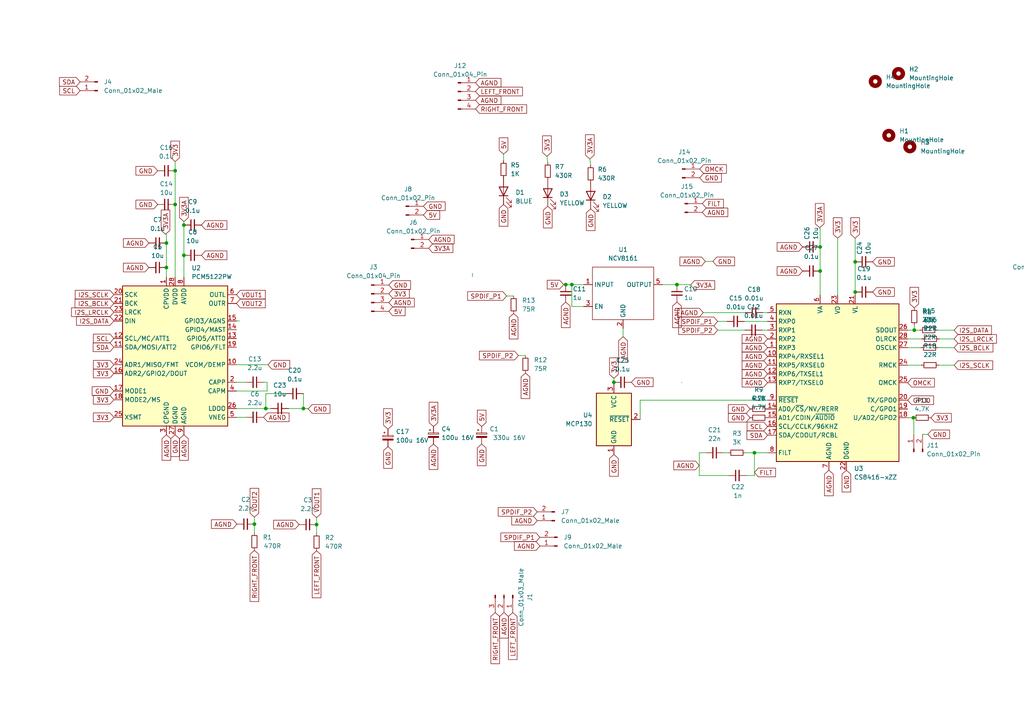
<source format=kicad_sch>
(kicad_sch (version 20230121) (generator eeschema)
  (paper "A4")
  (lib_symbols
    (symbol "Audio:CS8416-xZZ"
      (property "Reference" "U" (at 12.7 26.67 0))
      (property "Value" "CS8416-xZZ" (at 12.7 24.13 0))
      (symbol "CS8416-xZZ_0_1"
        (rectangle (start -17.78 22.86) (end 17.78 -22.86) (stroke (width 0.254)) (fill (type background)))
      )
      (symbol "CS8416-xZZ_1_1"
        (pin input line (at -20.32 10.16 0) (length 2.54) (name "RXP3") (number "1"))
        (pin input line (at -20.32 7.62 0) (length 2.54) (name "RXP4/RXSEL1") (number "10"))
        (pin input line (at -20.32 5.08 0) (length 2.54) (name "RXP5/RXSEL0") (number "11"))
        (pin input line (at -20.32 2.54 0) (length 2.54) (name "RXP6/TXSEL1") (number "12"))
        (pin input line (at -20.32 0 0) (length 2.54) (name "RXP7/TXSEL0") (number "13"))
        (pin input line (at -20.32 -7.62 0) (length 2.54) (name "AD0/~{CS}/NV/RERR") (number "14"))
        (pin input line (at -20.32 -10.16 0) (length 2.54) (name "AD1/CDIN/~{AUDIO}") (number "15"))
        (pin input line (at -20.32 -12.7 0) (length 2.54) (name "SCL/CCLK/96KHZ") (number "16"))
        (pin bidirectional line (at -20.32 -15.24 0) (length 2.54) (name "SDA/CDOUT/RCBL") (number "17"))
        (pin output line (at 20.32 -10.16 180) (length 2.54) (name "U/AD2/GPO2") (number "18"))
        (pin output line (at 20.32 -7.62 180) (length 2.54) (name "C/GPO1") (number "19"))
        (pin input line (at -20.32 12.7 0) (length 2.54) (name "RXP2") (number "2"))
        (pin output line (at 20.32 -5.08 180) (length 2.54) (name "TX/GPO0") (number "20"))
        (pin power_in line (at 5.08 25.4 270) (length 2.54) (name "VL") (number "21"))
        (pin power_in line (at 2.54 -25.4 90) (length 2.54) (name "DGND") (number "22"))
        (pin power_in line (at 0 25.4 270) (length 2.54) (name "VD") (number "23"))
        (pin output line (at 20.32 5.08 180) (length 2.54) (name "RMCK") (number "24"))
        (pin input line (at 20.32 0 180) (length 2.54) (name "OMCK") (number "25"))
        (pin output line (at 20.32 15.24 180) (length 2.54) (name "SDOUT") (number "26"))
        (pin bidirectional line (at 20.32 10.16 180) (length 2.54) (name "OSCLK") (number "27"))
        (pin bidirectional line (at 20.32 12.7 180) (length 2.54) (name "OLRCK") (number "28"))
        (pin input line (at -20.32 15.24 0) (length 2.54) (name "RXP1") (number "3"))
        (pin input line (at -20.32 17.78 0) (length 2.54) (name "RXP0") (number "4"))
        (pin input line (at -20.32 20.32 0) (length 2.54) (name "RXN") (number "5"))
        (pin power_in line (at -5.08 25.4 270) (length 2.54) (name "VA") (number "6"))
        (pin power_in line (at -2.54 -25.4 90) (length 2.54) (name "AGND") (number "7"))
        (pin passive line (at -20.32 -20.32 0) (length 2.54) (name "FILT") (number "8"))
        (pin input line (at -20.32 -5.08 0) (length 2.54) (name "~{RESET}") (number "9"))
      )
    )
    (symbol "Audio:PCM5122PW"
      (property "Reference" "U" (at -13.97 21.59 0))
      (property "Value" "PCM5122PW" (at 10.16 21.59 0))
      (symbol "PCM5122PW_0_1"
        (rectangle (start -15.24 20.32) (end 15.24 -20.32) (stroke (width 0.254)) (fill (type background)))
      )
      (symbol "PCM5122PW_1_1"
        (pin power_in line (at -2.54 22.86 270) (length 2.54) (name "CPVDD") (number "1"))
        (pin bidirectional line (at 17.78 -2.54 180) (length 2.54) (name "VCOM/DEMP") (number "10"))
        (pin bidirectional line (at -17.78 2.54 0) (length 2.54) (name "SDA/MOSI/ATT2") (number "11"))
        (pin input line (at -17.78 5.08 0) (length 2.54) (name "SCL/MC/ATT1") (number "12"))
        (pin bidirectional line (at 17.78 5.08 180) (length 2.54) (name "GPIO5/ATT0") (number "13"))
        (pin bidirectional line (at 17.78 7.62 180) (length 2.54) (name "GPIO4/MAST") (number "14"))
        (pin bidirectional line (at 17.78 10.16 180) (length 2.54) (name "GPIO3/AGNS") (number "15"))
        (pin bidirectional line (at -17.78 -5.08 0) (length 2.54) (name "ADR2/GPIO2/DOUT") (number "16"))
        (pin input line (at -17.78 -10.16 0) (length 2.54) (name "MODE1") (number "17"))
        (pin input line (at -17.78 -12.7 0) (length 2.54) (name "MODE2/MS") (number "18"))
        (pin bidirectional line (at 17.78 2.54 180) (length 2.54) (name "GPIO6/FLT") (number "19"))
        (pin passive line (at 17.78 -7.62 180) (length 2.54) (name "CAPP") (number "2"))
        (pin input line (at -17.78 17.78 0) (length 2.54) (name "SCK") (number "20"))
        (pin bidirectional line (at -17.78 15.24 0) (length 2.54) (name "BCK") (number "21"))
        (pin input line (at -17.78 10.16 0) (length 2.54) (name "DIN") (number "22"))
        (pin bidirectional line (at -17.78 12.7 0) (length 2.54) (name "LRCK") (number "23"))
        (pin bidirectional line (at -17.78 -2.54 0) (length 2.54) (name "ADR1/MISO/FMT") (number "24"))
        (pin input line (at -17.78 -17.78 0) (length 2.54) (name "XSMT") (number "25"))
        (pin passive line (at 17.78 -15.24 180) (length 2.54) (name "LDOO") (number "26"))
        (pin power_in line (at 0 -22.86 90) (length 2.54) (name "DGND") (number "27"))
        (pin power_in line (at 0 22.86 270) (length 2.54) (name "DVDD") (number "28"))
        (pin power_in line (at -2.54 -22.86 90) (length 2.54) (name "CPGND") (number "3"))
        (pin passive line (at 17.78 -10.16 180) (length 2.54) (name "CAPM") (number "4"))
        (pin passive line (at 17.78 -17.78 180) (length 2.54) (name "VNEG") (number "5"))
        (pin output line (at 17.78 17.78 180) (length 2.54) (name "OUTL") (number "6"))
        (pin output line (at 17.78 15.24 180) (length 2.54) (name "OUTR") (number "7"))
        (pin power_in line (at 2.54 22.86 270) (length 2.54) (name "AVDD") (number "8"))
        (pin power_in line (at 2.54 -22.86 90) (length 2.54) (name "AGND") (number "9"))
      )
    )
    (symbol "Components:NCV8161"
      (property "Reference" "U" (at 0 10.16 0))
      (property "Value" "NCV8161" (at 0 0 0))
      (symbol "NCV8161_0_1"
        (rectangle (start -8.89 17.78) (end 8.89 2.54))
      )
      (symbol "NCV8161_1_1"
        (pin input line (at -11.43 12.7 0) (length 2.54) (name "INPUT") (number "1"))
        (pin input line (at 0 0 90) (length 2.54) (name "GND") (number "2"))
        (pin input line (at -11.43 6.35 0) (length 2.54) (name "EN") (number "3"))
        (pin output line (at 11.43 12.7 180) (length 2.54) (name "OUTPUT") (number "5"))
      )
    )
    (symbol "Connector:Conn_01x02_Male" (pin_names (offset 1.016) hide)
      (property "Reference" "J" (at 0 2.54 0))
      (property "Value" "Conn_01x02_Male" (at 0 -5.08 0))
      (symbol "Conn_01x02_Male_1_1"
        (polyline (pts (xy 1.27 -2.54) (xy 0.8636 -2.54)) (stroke (width 0.1524)))
        (polyline (pts (xy 1.27 0) (xy 0.8636 0)) (stroke (width 0.1524)))
        (rectangle (start 0.8636 -2.413) (end 0 -2.667) (stroke (width 0.1524)) (fill (type outline)))
        (rectangle (start 0.8636 0.127) (end 0 -0.127) (stroke (width 0.1524)) (fill (type outline)))
        (pin passive line (at 5.08 0 180) (length 3.81) (name "Pin_1") (number "1"))
        (pin passive line (at 5.08 -2.54 180) (length 3.81) (name "Pin_2") (number "2"))
      )
    )
    (symbol "Connector:Conn_01x02_Pin" (pin_names (offset 1.016) hide)
      (property "Reference" "J" (at 0 2.54 0))
      (property "Value" "Conn_01x02_Pin" (at 0 -5.08 0))
      (symbol "Conn_01x02_Pin_1_1"
        (polyline (pts (xy 1.27 -2.54) (xy 0.8636 -2.54)) (stroke (width 0.1524)))
        (polyline (pts (xy 1.27 0) (xy 0.8636 0)) (stroke (width 0.1524)))
        (rectangle (start 0.8636 -2.413) (end 0 -2.667) (stroke (width 0.1524)) (fill (type outline)))
        (rectangle (start 0.8636 0.127) (end 0 -0.127) (stroke (width 0.1524)) (fill (type outline)))
        (pin passive line (at 5.08 0 180) (length 3.81) (name "Pin_1") (number "1"))
        (pin passive line (at 5.08 -2.54 180) (length 3.81) (name "Pin_2") (number "2"))
      )
    )
    (symbol "Connector:Conn_01x03_Male" (pin_names (offset 1.016) hide)
      (property "Reference" "J" (at 0 5.08 0))
      (property "Value" "Conn_01x03_Male" (at 0 -5.08 0))
      (symbol "Conn_01x03_Male_1_1"
        (polyline (pts (xy 1.27 -2.54) (xy 0.8636 -2.54)) (stroke (width 0.1524)))
        (polyline (pts (xy 1.27 0) (xy 0.8636 0)) (stroke (width 0.1524)))
        (polyline (pts (xy 1.27 2.54) (xy 0.8636 2.54)) (stroke (width 0.1524)))
        (rectangle (start 0.8636 -2.413) (end 0 -2.667) (stroke (width 0.1524)) (fill (type outline)))
        (rectangle (start 0.8636 0.127) (end 0 -0.127) (stroke (width 0.1524)) (fill (type outline)))
        (rectangle (start 0.8636 2.667) (end 0 2.413) (stroke (width 0.1524)) (fill (type outline)))
        (pin passive line (at 5.08 2.54 180) (length 3.81) (name "Pin_1") (number "1"))
        (pin passive line (at 5.08 0 180) (length 3.81) (name "Pin_2") (number "2"))
        (pin passive line (at 5.08 -2.54 180) (length 3.81) (name "Pin_3") (number "3"))
      )
    )
    (symbol "Connector:Conn_01x04_Pin" (pin_names (offset 1.016) hide)
      (property "Reference" "J" (at 0 5.08 0))
      (property "Value" "Conn_01x04_Pin" (at 0 -7.62 0))
      (symbol "Conn_01x04_Pin_1_1"
        (polyline (pts (xy 1.27 -5.08) (xy 0.8636 -5.08)) (stroke (width 0.1524)))
        (polyline (pts (xy 1.27 -2.54) (xy 0.8636 -2.54)) (stroke (width 0.1524)))
        (polyline (pts (xy 1.27 0) (xy 0.8636 0)) (stroke (width 0.1524)))
        (polyline (pts (xy 1.27 2.54) (xy 0.8636 2.54)) (stroke (width 0.1524)))
        (rectangle (start 0.8636 -4.953) (end 0 -5.207) (stroke (width 0.1524)) (fill (type outline)))
        (rectangle (start 0.8636 -2.413) (end 0 -2.667) (stroke (width 0.1524)) (fill (type outline)))
        (rectangle (start 0.8636 0.127) (end 0 -0.127) (stroke (width 0.1524)) (fill (type outline)))
        (rectangle (start 0.8636 2.667) (end 0 2.413) (stroke (width 0.1524)) (fill (type outline)))
        (pin passive line (at 5.08 2.54 180) (length 3.81) (name "Pin_1") (number "1"))
        (pin passive line (at 5.08 0 180) (length 3.81) (name "Pin_2") (number "2"))
        (pin passive line (at 5.08 -2.54 180) (length 3.81) (name "Pin_3") (number "3"))
        (pin passive line (at 5.08 -5.08 180) (length 3.81) (name "Pin_4") (number "4"))
      )
    )
    (symbol "Device:C_Polarized_Small" (pin_numbers hide) (pin_names (offset 0.254) hide)
      (property "Reference" "C" (at 0.254 1.778 0))
      (property "Value" "C_Polarized_Small" (at 0.254 -2.032 0))
      (symbol "C_Polarized_Small_0_1"
        (rectangle (start -1.524 -0.3048) (end 1.524 -0.6858) (fill (type outline)))
        (rectangle (start -1.524 0.6858) (end 1.524 0.3048))
        (polyline (pts (xy -1.27 1.524) (xy -0.762 1.524)))
        (polyline (pts (xy -1.016 1.27) (xy -1.016 1.778)))
      )
      (symbol "C_Polarized_Small_1_1"
        (pin passive line (at 0 2.54 270) (length 1.8542) (name "~") (number "1"))
        (pin passive line (at 0 -2.54 90) (length 1.8542) (name "~") (number "2"))
      )
    )
    (symbol "Device:C_Small" (pin_numbers hide) (pin_names (offset 0.254) hide)
      (property "Reference" "C" (at 0.254 1.778 0))
      (property "Value" "C_Small" (at 0.254 -2.032 0))
      (symbol "C_Small_0_1"
        (polyline (pts (xy -1.524 -0.508) (xy 1.524 -0.508)) (stroke (width 0.3302)))
        (polyline (pts (xy -1.524 0.508) (xy 1.524 0.508)) (stroke (width 0.3048)))
      )
      (symbol "C_Small_1_1"
        (pin passive line (at 0 2.54 270) (length 2.032) (name "~") (number "1"))
        (pin passive line (at 0 -2.54 90) (length 2.032) (name "~") (number "2"))
      )
    )
    (symbol "Device:LED" (pin_numbers hide) (pin_names (offset 1.016) hide)
      (property "Reference" "D" (at 0 2.54 0))
      (property "Value" "LED" (at 0 -2.54 0))
      (symbol "LED_0_1"
        (polyline (pts (xy -1.27 -1.27) (xy -1.27 1.27)) (stroke (width 0.254)))
        (polyline (pts (xy -1.27 0) (xy 1.27 0)))
        (polyline (pts (xy 1.27 -1.27) (xy 1.27 1.27) (xy -1.27 0) (xy 1.27 -1.27)) (stroke (width 0.254)))
        (polyline (pts (xy -3.048 -0.762) (xy -4.572 -2.286) (xy -3.81 -2.286) (xy -4.572 -2.286) (xy -4.572 -1.524)))
        (polyline (pts (xy -1.778 -0.762) (xy -3.302 -2.286) (xy -2.54 -2.286) (xy -3.302 -2.286) (xy -3.302 -1.524)))
      )
      (symbol "LED_1_1"
        (pin passive line (at -3.81 0 0) (length 2.54) (name "K") (number "1"))
        (pin passive line (at 3.81 0 180) (length 2.54) (name "A") (number "2"))
      )
    )
    (symbol "Device:R_Small" (pin_numbers hide) (pin_names (offset 0.254) hide)
      (property "Reference" "R" (at 0.762 0.508 0))
      (property "Value" "R_Small" (at 0.762 -1.016 0))
      (symbol "R_Small_0_1"
        (rectangle (start -0.762 1.778) (end 0.762 -1.778) (stroke (width 0.2032)))
      )
      (symbol "R_Small_1_1"
        (pin passive line (at 0 2.54 270) (length 0.762) (name "~") (number "1"))
        (pin passive line (at 0 -2.54 90) (length 0.762) (name "~") (number "2"))
      )
    )
    (symbol "Mechanical:MountingHole" (pin_names (offset 1.016))
      (property "Reference" "H" (at 0 5.08 0))
      (property "Value" "MountingHole" (at 0 3.175 0))
      (symbol "MountingHole_0_1"
        (circle (center 0 0) (radius 1.27) (stroke (width 1.27)))
      )
    )
    (symbol "Oscillator:ASE-xxxMHz" (pin_names (offset 0.254))
      (property "Reference" "X" (at -5.08 6.35 0))
      (property "Value" "ASE-xxxMHz" (at 1.27 -6.35 0))
      (symbol "ASE-xxxMHz_0_1"
        (rectangle (start -5.08 5.08) (end 5.08 -5.08) (stroke (width 0.254)) (fill (type background)))
        (polyline (pts (xy -1.27 -0.762) (xy -1.016 -0.762) (xy -1.016 0.762) (xy -0.508 0.762) (xy -0.508 -0.762) (xy 0 -0.762) (xy 0 0.762) (xy 0.508 0.762) (xy 0.508 -0.762) (xy 0.762 -0.762)))
      )
      (symbol "ASE-xxxMHz_1_1"
        (pin input line (at -7.62 0 0) (length 2.54) (name "EN") (number "1"))
        (pin power_in line (at 0 -7.62 90) (length 2.54) (name "GND") (number "2"))
        (pin output line (at 7.62 0 180) (length 2.54) (name "OUT") (number "3"))
        (pin power_in line (at 0 7.62 270) (length 2.54) (name "Vdd") (number "4"))
      )
    )
    (symbol "Power_Supervisor:LM809"
      (property "Reference" "U" (at 2.54 12.7 0))
      (property "Value" "LM809" (at 5.08 10.16 0))
      (symbol "LM809_0_1"
        (rectangle (start 5.08 7.62) (end -5.08 -7.62) (stroke (width 0.254)) (fill (type background)))
      )
      (symbol "LM809_1_1"
        (pin power_in line (at 0 -10.16 90) (length 2.54) (name "GND") (number "1"))
        (pin output line (at 7.62 0 180) (length 2.54) (name "~{RESET}") (number "2"))
        (pin power_in line (at 0 10.16 270) (length 2.54) (name "VCC") (number "3"))
      )
    )
  )
  (junction (at 237.871 71.628))
  (junction (at 165.862 82.55))
  (junction (at 248.031 75.946))
  (junction (at 53.34 65.278))
  (junction (at 264.922 121.158))
  (junction (at 48.26 77.597))
  (junction (at 73.787 152.019))
  (junction (at 196.342 82.55))
  (junction (at 164.084 82.55))
  (junction (at 77.089 118.491))
  (junction (at 88.011 118.491))
  (junction (at 178.054 110.871))
  (junction (at 53.34 74.041))
  (junction (at 50.8 49.53))
  (junction (at 248.031 84.709))
  (junction (at 218.821 131.318))
  (junction (at 265.176 95.758))
  (junction (at 48.26 70.485))
  (junction (at 237.871 78.613))
  (junction (at 50.8 59.309))
  (junction (at 91.821 152.146))
  (wire (pts (xy 91.821 152.146) (xy 91.821 154.686)))
  (wire (pts (xy 50.8 49.53) (xy 50.8 59.309)))
  (wire (pts (xy 71.374 121.031) (xy 68.58 121.031)))
  (wire (pts (xy 209.804 131.318) (xy 211.201 131.318)))
  (wire (pts (xy 221.234 90.678) (xy 222.631 90.678)))
  (wire (pts (xy 196.342 82.55) (xy 192.151 82.55)))
  (wire (pts (xy 48.26 67.945) (xy 48.26 70.485)))
  (wire (pts (xy 48.26 70.485) (xy 48.26 77.597)))
  (wire (pts (xy 206.756 75.819) (xy 204.597 75.819)))
  (wire (pts (xy 263.271 121.158) (xy 264.922 121.158)))
  (wire (pts (xy 77.089 114.173) (xy 77.089 118.491)))
  (wire (pts (xy 237.744 66.294) (xy 237.871 66.294)))
  (wire (pts (xy 73.787 149.987) (xy 73.787 152.019)))
  (wire (pts (xy 71.374 110.871) (xy 68.58 110.871)))
  (wire (pts (xy 203.962 90.678) (xy 216.154 90.678)))
  (wire (pts (xy 263.271 98.298) (xy 267.335 98.298)))
  (wire (pts (xy 48.26 77.597) (xy 48.26 80.391)))
  (wire (pts (xy 237.871 71.628) (xy 237.871 78.613)))
  (wire (pts (xy 164.084 82.55) (xy 165.862 82.55)))
  (wire (pts (xy 248.031 69.088) (xy 248.031 75.946)))
  (wire (pts (xy 148.971 85.852) (xy 146.939 85.852)))
  (wire (pts (xy 89.408 118.618) (xy 89.281 118.618)))
  (wire (pts (xy 248.031 84.709) (xy 248.031 85.598)))
  (wire (pts (xy 272.161 100.838) (xy 276.733 100.838)))
  (wire (pts (xy 269.113 125.984) (xy 267.589 125.984)))
  (wire (pts (xy 200.279 82.677) (xy 200.025 82.677)))
  (wire (pts (xy 185.674 116.078) (xy 185.674 121.666)))
  (wire (pts (xy 272.415 98.298) (xy 276.733 98.298)))
  (wire (pts (xy 76.454 110.871) (xy 77.47 110.871)))
  (wire (pts (xy 185.674 116.078) (xy 222.631 116.078)))
  (wire (pts (xy 88.011 114.173) (xy 88.011 118.491)))
  (wire (pts (xy 237.871 78.613) (xy 237.871 85.598)))
  (wire (pts (xy 314.325 107.315) (xy 314.325 110.617)))
  (wire (pts (xy 208.153 95.758) (xy 216.027 95.758)))
  (wire (pts (xy 50.8 46.863) (xy 50.8 49.53)))
  (wire (pts (xy 237.871 66.294) (xy 237.871 71.628)))
  (wire (pts (xy 211.328 137.922) (xy 202.819 137.922)))
  (wire (pts (xy 263.271 105.918) (xy 267.208 105.918)))
  (wire (pts (xy 237.744 66.04) (xy 237.744 66.294)))
  (wire (pts (xy 169.291 88.9) (xy 165.862 88.9)))
  (wire (pts (xy 53.34 64.262) (xy 53.34 65.278)))
  (wire (pts (xy 171.069 46.101) (xy 171.323 47.879)))
  (wire (pts (xy 248.031 75.946) (xy 248.031 84.709)))
  (wire (pts (xy 165.862 82.55) (xy 169.291 82.55)))
  (wire (pts (xy 216.408 137.922) (xy 218.821 137.922)))
  (wire (pts (xy 77.089 118.491) (xy 68.58 118.491)))
  (wire (pts (xy 221.107 95.758) (xy 222.631 95.758)))
  (wire (pts (xy 215.9 93.218) (xy 222.631 93.218)))
  (wire (pts (xy 264.922 121.158) (xy 265.049 121.158)))
  (wire (pts (xy 77.724 105.791) (xy 68.58 105.791)))
  (wire (pts (xy 216.281 131.318) (xy 218.821 131.318)))
  (wire (pts (xy 265.049 125.984) (xy 265.049 121.158)))
  (wire (pts (xy 77.47 113.411) (xy 68.58 113.411)))
  (wire (pts (xy 178.054 109.728) (xy 178.054 110.871)))
  (wire (pts (xy 73.787 152.019) (xy 73.787 154.559)))
  (wire (pts (xy 48.006 67.945) (xy 48.26 67.945)))
  (wire (pts (xy 77.47 110.871) (xy 77.47 113.411)))
  (wire (pts (xy 152.4 103.124) (xy 150.368 103.124)))
  (wire (pts (xy 218.821 131.318) (xy 222.631 131.318)))
  (wire (pts (xy 53.34 65.278) (xy 53.34 74.041)))
  (wire (pts (xy 208.153 93.218) (xy 210.82 93.218)))
  (wire (pts (xy 89.281 118.491) (xy 88.011 118.491)))
  (wire (pts (xy 180.721 97.663) (xy 180.721 95.25)))
  (wire (pts (xy 78.613 118.491) (xy 77.089 118.491)))
  (wire (pts (xy 202.819 131.318) (xy 204.724 131.318)))
  (wire (pts (xy 178.054 110.871) (xy 178.054 111.506)))
  (wire (pts (xy 202.819 137.922) (xy 202.819 131.318)))
  (wire (pts (xy 197.739 110.998) (xy 197.739 110.871)))
  (wire (pts (xy 200.025 82.55) (xy 196.342 82.55)))
  (wire (pts (xy 271.907 95.758) (xy 276.733 95.758)))
  (wire (pts (xy 200.025 82.677) (xy 200.025 82.55)))
  (wire (pts (xy 242.951 69.088) (xy 242.951 85.598)))
  (wire (pts (xy 53.34 74.041) (xy 53.34 80.391)))
  (wire (pts (xy 88.011 118.491) (xy 83.693 118.491)))
  (wire (pts (xy 265.176 95.758) (xy 266.827 95.758)))
  (wire (pts (xy 165.862 88.9) (xy 165.862 82.55)))
  (wire (pts (xy 89.281 118.618) (xy 89.281 118.491)))
  (wire (pts (xy 137.033 79.248) (xy 137.033 80.264)))
  (wire (pts (xy 272.288 105.918) (xy 276.733 105.918)))
  (wire (pts (xy 69.469 93.091) (xy 68.58 93.091)))
  (wire (pts (xy 146.05 44.704) (xy 146.05 46.609)))
  (wire (pts (xy 50.8 59.309) (xy 50.8 80.391)))
  (wire (pts (xy 265.176 94.361) (xy 265.176 95.758)))
  (wire (pts (xy 158.623 45.339) (xy 158.877 47.117)))
  (wire (pts (xy 218.821 137.922) (xy 218.821 131.318)))
  (wire (pts (xy 163.449 82.55) (xy 164.084 82.55)))
  (wire (pts (xy 263.271 95.758) (xy 265.176 95.758)))
  (wire (pts (xy 263.271 100.838) (xy 267.081 100.838)))
  (wire (pts (xy 91.821 150.114) (xy 91.821 152.146)))
  (wire (pts (xy 77.089 114.173) (xy 82.931 114.173)))
  (global_label "GND" (shape input) (at 253.111 75.946 0) (property "Intersheetrefs" "${INTERSHEET_REFS}" (effects hide)))
  (global_label "3V3" (shape input) (at 50.8 46.863 90) (property "Intersheetrefs" "${INTERSHEET_REFS}" (effects hide)))
  (global_label "AGND" (shape input) (at 148.971 90.932 270) (property "Intersheetrefs" "${INTERSHEET_REFS}" (effects hide)))
  (global_label "SPDIF_P2" (shape input) (at 208.153 95.758 180) (property "Intersheetrefs" "${INTERSHEET_REFS}" (effects hide)))
  (global_label "I2S_LRCLK" (shape input) (at 305.943 85.471 0) (property "Intersheetrefs" "${INTERSHEET_REFS}" (effects hide)))
  (global_label "3V3" (shape input) (at 248.031 69.088 90) (property "Intersheetrefs" "${INTERSHEET_REFS}" (effects hide)))
  (global_label "AGND" (shape input) (at 86.741 152.146 180) (property "Intersheetrefs" "${INTERSHEET_REFS}" (effects hide)))
  (global_label "3V3" (shape input) (at 33.02 115.951 180) (property "Intersheetrefs" "${INTERSHEET_REFS}" (effects hide)))
  (global_label "AGND" (shape input) (at 58.42 74.041 0) (property "Intersheetrefs" "${INTERSHEET_REFS}" (effects hide)))
  (global_label "AGND" (shape input) (at 222.631 108.458 180) (property "Intersheetrefs" "${INTERSHEET_REFS}" (effects hide)))
  (global_label "LEFT_FRONT" (shape input) (at 148.717 177.673 270) (property "Intersheetrefs" "${INTERSHEET_REFS}" (effects hide)))
  (global_label "OMCK" (shape input) (at 263.271 110.998 0) (property "Intersheetrefs" "${INTERSHEET_REFS}" (effects hide)))
  (global_label "RIGHT_FRONT" (shape input) (at 143.637 177.673 270) (property "Intersheetrefs" "${INTERSHEET_REFS}" (effects hide)))
  (global_label "AGND" (shape input) (at 222.631 105.918 180) (property "Intersheetrefs" "${INTERSHEET_REFS}" (effects hide)))
  (global_label "GND" (shape input) (at 33.02 113.411 180) (property "Intersheetrefs" "${INTERSHEET_REFS}" (effects hide)))
  (global_label "GND" (shape input) (at 202.946 51.562 0) (property "Intersheetrefs" "${INTERSHEET_REFS}" (effects hide)))
  (global_label "AGND" (shape input) (at 222.631 103.378 180) (property "Intersheetrefs" "${INTERSHEET_REFS}" (effects hide)))
  (global_label "GPO0" (shape input) (at 263.271 116.078 0) (property "Intersheetrefs" "${INTERSHEET_REFS}" (effects hide)))
  (global_label "AGND" (shape input) (at 125.73 128.778 270) (property "Intersheetrefs" "${INTERSHEET_REFS}" (effects hide)))
  (global_label "SPDIF_P1" (shape input) (at 208.153 93.218 180) (property "Intersheetrefs" "${INTERSHEET_REFS}" (effects hide)))
  (global_label "SPDIF_P1" (shape input) (at 146.939 85.852 180) (property "Intersheetrefs" "${INTERSHEET_REFS}" (effects hide)))
  (global_label "VOUT1" (shape input) (at 91.821 150.114 90) (property "Intersheetrefs" "${INTERSHEET_REFS}" (effects hide)))
  (global_label "GND" (shape input) (at 45.72 49.53 180) (property "Intersheetrefs" "${INTERSHEET_REFS}" (effects hide)))
  (global_label "VOUT2" (shape input) (at 68.58 88.011 0) (property "Intersheetrefs" "${INTERSHEET_REFS}" (effects hide)))
  (global_label "AGND" (shape input) (at 203.962 90.678 180) (property "Intersheetrefs" "${INTERSHEET_REFS}" (effects hide)))
  (global_label "VOUT2" (shape input) (at 73.787 149.987 90) (property "Intersheetrefs" "${INTERSHEET_REFS}" (effects hide)))
  (global_label "SDA" (shape input) (at 23.241 23.749 180) (property "Intersheetrefs" "${INTERSHEET_REFS}" (effects hide)))
  (global_label "GND" (shape input) (at 50.8 126.111 270) (property "Intersheetrefs" "${INTERSHEET_REFS}" (effects hide)))
  (global_label "SPDIF_P2" (shape input) (at 155.829 148.463 180) (property "Intersheetrefs" "${INTERSHEET_REFS}" (effects hide)))
  (global_label "I2S_SCLK" (shape input) (at 305.943 80.391 0) (property "Intersheetrefs" "${INTERSHEET_REFS}" (effects hide)))
  (global_label "3V3" (shape input) (at 33.02 121.031 180) (property "Intersheetrefs" "${INTERSHEET_REFS}" (effects hide)))
  (global_label "AGND" (shape input) (at 43.18 77.597 180) (property "Intersheetrefs" "${INTERSHEET_REFS}" (effects hide)))
  (global_label "5V" (shape input) (at 122.809 62.357 0) (property "Intersheetrefs" "${INTERSHEET_REFS}" (effects hide)))
  (global_label "AGND" (shape input) (at 137.922 29.083 0) (property "Intersheetrefs" "${INTERSHEET_REFS}" (effects hide)))
  (global_label "AGND" (shape input) (at 164.084 87.63 270) (property "Intersheetrefs" "${INTERSHEET_REFS}" (effects hide)))
  (global_label "3V3A" (shape input) (at 48.006 67.945 90) (property "Intersheetrefs" "${INTERSHEET_REFS}" (effects hide)))
  (global_label "5V" (shape input) (at 163.449 82.55 180) (property "Intersheetrefs" "${INTERSHEET_REFS}" (effects hide)))
  (global_label "I2S_DATA" (shape input) (at 276.733 95.758 0) (property "Intersheetrefs" "${INTERSHEET_REFS}" (effects hide)))
  (global_label "OMCK" (shape input) (at 321.945 118.237 0) (property "Intersheetrefs" "${INTERSHEET_REFS}" (effects hide)))
  (global_label "FILT" (shape input) (at 203.708 59.055 0) (property "Intersheetrefs" "${INTERSHEET_REFS}" (effects hide)))
  (global_label "AGND" (shape input) (at 196.342 87.63 270) (property "Intersheetrefs" "${INTERSHEET_REFS}" (effects hide)))
  (global_label "AGND" (shape input) (at 204.597 75.819 180) (property "Intersheetrefs" "${INTERSHEET_REFS}" (effects hide)))
  (global_label "3V3" (shape input) (at 178.054 109.728 90) (property "Intersheetrefs" "${INTERSHEET_REFS}" (effects hide)))
  (global_label "RIGHT_FRONT" (shape input) (at 137.922 31.623 0) (property "Intersheetrefs" "${INTERSHEET_REFS}" (effects hide)))
  (global_label "AGND" (shape input) (at 240.411 136.398 270) (property "Intersheetrefs" "${INTERSHEET_REFS}" (effects hide)))
  (global_label "GND" (shape input) (at 178.054 131.826 270) (property "Intersheetrefs" "${INTERSHEET_REFS}" (effects hide)))
  (global_label "I2S_BCLK" (shape input) (at 305.943 82.931 0) (property "Intersheetrefs" "${INTERSHEET_REFS}" (effects hide)))
  (global_label "LEFT_FRONT" (shape input) (at 91.821 159.766 270) (property "Intersheetrefs" "${INTERSHEET_REFS}" (effects hide)))
  (global_label "I2S_DATA" (shape input) (at 305.943 88.011 0) (property "Intersheetrefs" "${INTERSHEET_REFS}" (effects hide)))
  (global_label "AGND" (shape input) (at 58.42 65.278 0) (property "Intersheetrefs" "${INTERSHEET_REFS}" (effects hide)))
  (global_label "SCL" (shape input) (at 222.631 123.698 180) (property "Intersheetrefs" "${INTERSHEET_REFS}" (effects hide)))
  (global_label "GND" (shape input) (at 45.72 59.309 180) (property "Intersheetrefs" "${INTERSHEET_REFS}" (effects hide)))
  (global_label "AGND" (shape input) (at 152.4 108.204 270) (property "Intersheetrefs" "${INTERSHEET_REFS}" (effects hide)))
  (global_label "3V3A" (shape input) (at 53.34 64.262 90) (property "Intersheetrefs" "${INTERSHEET_REFS}" (effects hide)))
  (global_label "3V3" (shape input) (at 33.02 108.331 180) (property "Intersheetrefs" "${INTERSHEET_REFS}" (effects hide)))
  (global_label "RIGHT_FRONT" (shape input) (at 73.787 159.639 270) (property "Intersheetrefs" "${INTERSHEET_REFS}" (effects hide)))
  (global_label "I2S_SCLK" (shape input) (at 276.733 105.918 0) (property "Intersheetrefs" "${INTERSHEET_REFS}" (effects hide)))
  (global_label "I2S_DATA" (shape input) (at 33.02 93.091 180) (property "Intersheetrefs" "${INTERSHEET_REFS}" (effects hide)))
  (global_label "3V3" (shape input) (at 314.325 107.315 90) (property "Intersheetrefs" "${INTERSHEET_REFS}" (effects hide)))
  (global_label "GND" (shape input) (at 89.408 118.618 0) (property "Intersheetrefs" "${INTERSHEET_REFS}" (effects hide)))
  (global_label "GND" (shape input) (at 122.809 59.817 0) (property "Intersheetrefs" "${INTERSHEET_REFS}" (effects hide)))
  (global_label "AGND" (shape input) (at 232.791 78.613 180) (property "Intersheetrefs" "${INTERSHEET_REFS}" (effects hide)))
  (global_label "GND" (shape input) (at 314.325 125.857 270) (property "Intersheetrefs" "${INTERSHEET_REFS}" (effects hide)))
  (global_label "3V3A" (shape input) (at 124.333 72.009 0) (property "Intersheetrefs" "${INTERSHEET_REFS}" (effects hide)))
  (global_label "AGND" (shape input) (at 202.819 135.001 180) (property "Intersheetrefs" "${INTERSHEET_REFS}" (effects hide)))
  (global_label "3V3" (shape input) (at 112.522 124.46 90) (property "Intersheetrefs" "${INTERSHEET_REFS}" (effects hide)))
  (global_label "SCL" (shape input) (at 23.241 26.289 180) (property "Intersheetrefs" "${INTERSHEET_REFS}" (effects hide)))
  (global_label "3V3" (shape input) (at 112.776 85.217 0) (property "Intersheetrefs" "${INTERSHEET_REFS}" (effects hide)))
  (global_label "AGND" (shape input) (at 112.776 87.757 0) (property "Intersheetrefs" "${INTERSHEET_REFS}" (effects hide)))
  (global_label "5V" (shape input) (at 112.776 90.297 0) (property "Intersheetrefs" "${INTERSHEET_REFS}" (effects hide)))
  (global_label "AGND" (shape input) (at 53.34 126.111 270) (property "Intersheetrefs" "${INTERSHEET_REFS}" (effects hide)))
  (global_label "AGND" (shape input) (at 76.454 121.031 0) (property "Intersheetrefs" "${INTERSHEET_REFS}" (effects hide)))
  (global_label "SPDIF_P1" (shape input) (at 156.591 155.829 180) (property "Intersheetrefs" "${INTERSHEET_REFS}" (effects hide)))
  (global_label "SCL" (shape input) (at 33.02 98.171 180) (property "Intersheetrefs" "${INTERSHEET_REFS}" (effects hide)))
  (global_label "GND" (shape input) (at 269.113 125.984 0) (property "Intersheetrefs" "${INTERSHEET_REFS}" (effects hide)))
  (global_label "AGND" (shape input) (at 203.708 61.595 0) (property "Intersheetrefs" "${INTERSHEET_REFS}" (effects hide)))
  (global_label "FILT" (shape input) (at 218.821 137.033 0) (property "Intersheetrefs" "${INTERSHEET_REFS}" (effects hide)))
  (global_label "GND" (shape input) (at 146.05 59.309 270) (property "Intersheetrefs" "${INTERSHEET_REFS}" (effects hide)))
  (global_label "5V" (shape input) (at 146.05 44.704 90) (property "Intersheetrefs" "${INTERSHEET_REFS}" (effects hide)))
  (global_label "GND" (shape input) (at 253.111 84.709 0) (property "Intersheetrefs" "${INTERSHEET_REFS}" (effects hide)))
  (global_label "AGND" (shape input) (at 68.707 152.019 180) (property "Intersheetrefs" "${INTERSHEET_REFS}" (effects hide)))
  (global_label "SDA" (shape input) (at 33.02 100.711 180) (property "Intersheetrefs" "${INTERSHEET_REFS}" (effects hide)))
  (global_label "GND" (shape input) (at 217.551 121.158 180) (property "Intersheetrefs" "${INTERSHEET_REFS}" (effects hide)))
  (global_label "AGND" (shape input) (at 124.333 69.469 0) (property "Intersheetrefs" "${INTERSHEET_REFS}" (effects hide)))
  (global_label "AGND" (shape input) (at 155.829 151.003 180) (property "Intersheetrefs" "${INTERSHEET_REFS}" (effects hide)))
  (global_label "GND" (shape input) (at 217.551 118.618 180) (property "Intersheetrefs" "${INTERSHEET_REFS}" (effects hide)))
  (global_label "3V3A" (shape input) (at 125.73 123.698 90) (property "Intersheetrefs" "${INTERSHEET_REFS}" (effects hide)))
  (global_label "AGND" (shape input) (at 232.791 71.628 180) (property "Intersheetrefs" "${INTERSHEET_REFS}" (effects hide)))
  (global_label "5V" (shape input) (at 139.7 123.698 90) (property "Intersheetrefs" "${INTERSHEET_REFS}" (effects hide)))
  (global_label "AGND" (shape input) (at 180.721 97.663 270) (property "Intersheetrefs" "${INTERSHEET_REFS}" (effects hide)))
  (global_label "LEFT_FRONT" (shape input) (at 137.922 26.543 0) (property "Intersheetrefs" "${INTERSHEET_REFS}" (effects hide)))
  (global_label "GND" (shape input) (at 158.877 59.817 270) (property "Intersheetrefs" "${INTERSHEET_REFS}" (effects hide)))
  (global_label "GND" (shape input) (at 206.756 75.819 0) (property "Intersheetrefs" "${INTERSHEET_REFS}" (effects hide)))
  (global_label "AGND" (shape input) (at 222.631 98.298 180) (property "Intersheetrefs" "${INTERSHEET_REFS}" (effects hide)))
  (global_label "I2S_LRCLK" (shape input) (at 33.02 90.551 180) (property "Intersheetrefs" "${INTERSHEET_REFS}" (effects hide)))
  (global_label "GND" (shape input) (at 245.491 136.398 270) (property "Intersheetrefs" "${INTERSHEET_REFS}" (effects hide)))
  (global_label "SDA" (shape input) (at 222.631 126.238 180) (property "Intersheetrefs" "${INTERSHEET_REFS}" (effects hide)))
  (global_label "AGND" (shape input) (at 48.26 126.111 270) (property "Intersheetrefs" "${INTERSHEET_REFS}" (effects hide)))
  (global_label "3V3" (shape input) (at 242.951 69.088 90) (property "Intersheetrefs" "${INTERSHEET_REFS}" (effects hide)))
  (global_label "3V3A" (shape input) (at 171.069 46.101 90) (property "Intersheetrefs" "${INTERSHEET_REFS}" (effects hide)))
  (global_label "AGND" (shape input) (at 222.631 110.998 180) (property "Intersheetrefs" "${INTERSHEET_REFS}" (effects hide)))
  (global_label "GND" (shape input) (at 112.522 129.54 270) (property "Intersheetrefs" "${INTERSHEET_REFS}" (effects hide)))
  (global_label "3V3" (shape input) (at 270.002 121.158 0) (property "Intersheetrefs" "${INTERSHEET_REFS}" (effects hide)))
  (global_label "AGND" (shape input) (at 137.922 24.003 0) (property "Intersheetrefs" "${INTERSHEET_REFS}" (effects hide)))
  (global_label "AGND" (shape input) (at 43.18 70.485 180) (property "Intersheetrefs" "${INTERSHEET_REFS}" (effects hide)))
  (global_label "3V3" (shape input) (at 33.02 105.791 180) (property "Intersheetrefs" "${INTERSHEET_REFS}" (effects hide)))
  (global_label "I2S_BCLK" (shape input) (at 276.733 100.838 0) (property "Intersheetrefs" "${INTERSHEET_REFS}" (effects hide)))
  (global_label "GND" (shape input) (at 139.7 128.778 270) (property "Intersheetrefs" "${INTERSHEET_REFS}" (effects hide)))
  (global_label "AGND" (shape input) (at 222.631 100.838 180) (property "Intersheetrefs" "${INTERSHEET_REFS}" (effects hide)))
  (global_label "VOUT1" (shape input) (at 68.58 85.471 0) (property "Intersheetrefs" "${INTERSHEET_REFS}" (effects hide)))
  (global_label "OMCK" (shape input) (at 202.946 49.022 0) (property "Intersheetrefs" "${INTERSHEET_REFS}" (effects hide)))
  (global_label "I2S_BCLK" (shape input) (at 33.02 88.011 180) (property "Intersheetrefs" "${INTERSHEET_REFS}" (effects hide)))
  (global_label "3V3" (shape input) (at 158.623 45.339 90) (property "Intersheetrefs" "${INTERSHEET_REFS}" (effects hide)))
  (global_label "GND" (shape input) (at 183.134 110.871 0) (property "Intersheetrefs" "${INTERSHEET_REFS}" (effects hide)))
  (global_label "3V3A" (shape input) (at 237.744 66.04 90) (property "Intersheetrefs" "${INTERSHEET_REFS}" (effects hide)))
  (global_label "SPDIF_P2" (shape input) (at 150.368 103.124 180) (property "Intersheetrefs" "${INTERSHEET_REFS}" (effects hide)))
  (global_label "I2S_LRCLK" (shape input) (at 276.733 98.298 0) (property "Intersheetrefs" "${INTERSHEET_REFS}" (effects hide)))
  (global_label "GND" (shape input) (at 112.776 82.677 0) (property "Intersheetrefs" "${INTERSHEET_REFS}" (effects hide)))
  (global_label "GND" (shape input) (at 171.323 60.579 270) (property "Intersheetrefs" "${INTERSHEET_REFS}" (effects hide)))
  (global_label "I2S_SCLK" (shape input) (at 33.02 85.471 180) (property "Intersheetrefs" "${INTERSHEET_REFS}" (effects hide)))
  (global_label "GND" (shape input) (at 77.724 105.791 0) (property "Intersheetrefs" "${INTERSHEET_REFS}" (effects hide)))
  (global_label "AGND" (shape input) (at 146.177 177.673 270) (property "Intersheetrefs" "${INTERSHEET_REFS}" (effects hide)))
  (global_label "AGND" (shape input) (at 156.591 158.369 180) (property "Intersheetrefs" "${INTERSHEET_REFS}" (effects hide)))
  (global_label "3V3A" (shape input) (at 200.279 82.677 0) (property "Intersheetrefs" "${INTERSHEET_REFS}" (effects hide)))
  (global_label "3V3" (shape input) (at 265.176 89.281 90) (property "Intersheetrefs" "${INTERSHEET_REFS}" (effects hide)))
  (symbol (lib_id "Connector:Conn_01x02_Pin") (at 198.628 59.055 0) (unit 1)
    (property "Reference" "J15" (at 199.263 54.102 0))
    (property "Value" "Conn_01x02_Pin" (at 199.263 56.642 0))
    (property "Footprint" "Connector_PinHeader_2.54mm:PinHeader_1x02_P2.54mm_Vertical" (effects hide))
  )
  (symbol (lib_id "Device:C_Small") (at 180.594 110.871 270) (unit 1)
    (property "Reference" "C25" (at 180.5876 104.521 90))
    (property "Value" "0.1u" (at 180.5876 107.061 90))
    (property "Footprint" "Capacitor_SMD:C_0805_2012Metric_Pad1.18x1.45mm_HandSolder" (effects hide))
  )
  (symbol (lib_id "Connector:Conn_01x02_Male") (at 28.321 26.289 180) (unit 1)
    (property "Reference" "J4" (at 30.099 23.7489 0) (effects (justify right)))
    (property "Value" "Conn_01x02_Male" (at 30.099 26.2889 0) (effects (justify right)))
    (property "Footprint" "Connector_JST:JST_PH_B2B-PH-K_1x02_P2.00mm_Vertical" (effects hide))
  )
  (symbol (lib_id "Connector:Conn_01x04_Pin") (at 132.842 26.543 0) (unit 1)
    (property "Reference" "J12" (at 133.477 19.05 0))
    (property "Value" "Conn_01x04_Pin" (at 133.477 21.59 0))
    (property "Footprint" "Connector_JST:JST_PH_B4B-PH-K_1x04_P2.00mm_Vertical" (effects hide))
  )
  (symbol (lib_id "Connector:Conn_01x02_Pin") (at 117.729 59.817 0) (unit 1)
    (property "Reference" "J8" (at 118.364 54.864 0))
    (property "Value" "Conn_01x02_Pin" (at 118.364 57.404 0))
    (property "Footprint" "Connector_PinHeader_2.54mm:PinHeader_1x02_P2.54mm_Vertical" (effects hide))
  )
  (symbol (lib_id "Connector:Conn_01x02_Pin") (at 265.049 131.064 90) (unit 1)
    (property "Reference" "J11" (at 268.732 129.159 90) (effects (justify right)))
    (property "Value" "Conn_01x02_Pin" (at 268.732 131.699 90) (effects (justify right)))
    (property "Footprint" "Connector_PinHeader_2.54mm:PinHeader_1x02_P2.54mm_Vertical" (effects hide))
  )
  (symbol (lib_id "Device:C_Small") (at 55.88 74.041 90) (unit 1)
    (property "Reference" "C8" (at 55.8863 67.31 90))
    (property "Value" "10u" (at 55.8863 69.85 90))
    (property "Footprint" "Capacitor_SMD:C_1206_3216Metric_Pad1.33x1.80mm_HandSolder" (effects hide))
  )
  (symbol (lib_id "Device:R_Small") (at 220.091 118.618 90) (unit 1)
    (property "Reference" "R9" (at 220.091 113.03 90))
    (property "Value" "4.7K" (at 220.091 115.57 90))
    (property "Footprint" "Resistor_SMD:R_0603_1608Metric_Pad0.98x0.95mm_HandSolder" (effects hide))
  )
  (symbol (lib_id "Device:R_Small") (at 171.323 50.419 0) (unit 1)
    (property "Reference" "R6" (at 173.355 49.1489 0) (effects (justify left)))
    (property "Value" "430R" (at 173.355 51.6889 0) (effects (justify left)))
    (property "Footprint" "Resistor_SMD:R_0603_1608Metric_Pad0.98x0.95mm_HandSolder" (effects hide))
  )
  (symbol (lib_id "Device:R_Small") (at 269.621 100.838 90) (unit 1)
    (property "Reference" "R17" (at 269.621 95.25 90))
    (property "Value" "22R" (at 269.621 97.79 90))
    (property "Footprint" "Resistor_SMD:R_0603_1608Metric_Pad0.98x0.95mm_HandSolder" (effects hide))
  )
  (symbol (lib_id "Device:C_Small") (at 207.264 131.318 270) (unit 1)
    (property "Reference" "C21" (at 207.2576 124.714 90))
    (property "Value" "22n" (at 207.2576 127.254 90))
    (property "Footprint" "Capacitor_SMD:C_0805_2012Metric_Pad1.18x1.45mm_HandSolder" (effects hide))
  )
  (symbol (lib_id "Mechanical:MountingHole") (at 260.604 21.336 0) (unit 1)
    (property "Reference" "H2" (at 263.652 20.0659 0) (effects (justify left)))
    (property "Value" "MountingHole" (at 263.652 22.6059 0) (effects (justify left)))
    (property "Footprint" "MountingHole:MountingHole_3.2mm_M3" (effects hide))
  )
  (symbol (lib_id "Device:C_Small") (at 235.331 71.628 90) (unit 1)
    (property "Reference" "C26" (at 234.061 69.596 0) (effects (justify left)))
    (property "Value" "10u" (at 236.601 69.596 0) (effects (justify left)))
    (property "Footprint" "Capacitor_SMD:C_1206_3216Metric_Pad1.33x1.80mm_HandSolder" (effects hide))
  )
  (symbol (lib_id "Connector:Conn_01x02_Pin") (at 197.866 49.022 0) (unit 1)
    (property "Reference" "J14" (at 198.501 44.069 0))
    (property "Value" "Conn_01x02_Pin" (at 198.501 46.609 0))
    (property "Footprint" "Connector_PinHeader_2.54mm:PinHeader_1x02_P2.54mm_Vertical" (effects hide))
  )
  (symbol (lib_id "Device:R_Small") (at 146.05 49.149 0) (unit 1)
    (property "Reference" "R5" (at 148.082 47.8789 0) (effects (justify left)))
    (property "Value" "1K" (at 148.082 50.4189 0) (effects (justify left)))
    (property "Footprint" "Resistor_SMD:R_0603_1608Metric_Pad0.98x0.95mm_HandSolder" (effects hide))
  )
  (symbol (lib_id "Device:C_Small") (at 73.914 121.031 270) (unit 1)
    (property "Reference" "C6" (at 73.9076 114.3 90))
    (property "Value" "2.2u" (at 73.9076 116.84 90))
    (property "Footprint" "Capacitor_SMD:C_1206_3216Metric_Pad1.33x1.80mm_HandSolder" (effects hide))
  )
  (symbol (lib_id "Device:C_Small") (at 250.571 75.946 90) (unit 1)
    (property "Reference" "C24" (at 249.301 73.914 0) (effects (justify left)))
    (property "Value" "10u" (at 251.841 73.914 0) (effects (justify left)))
    (property "Footprint" "Capacitor_SMD:C_1206_3216Metric_Pad1.33x1.80mm_HandSolder" (effects hide))
  )
  (symbol (lib_id "Device:C_Small") (at 164.084 85.09 0) (unit 1)
    (property "Reference" "C11" (at 166.116 83.82 0) (effects (justify left)))
    (property "Value" "1u" (at 166.116 86.36 0) (effects (justify left)))
    (property "Footprint" "Capacitor_SMD:C_1206_3216Metric_Pad1.33x1.80mm_HandSolder" (effects hide))
  )
  (symbol (lib_id "Device:R_Small") (at 213.741 131.318 90) (unit 1)
    (property "Reference" "R3" (at 213.741 125.73 90))
    (property "Value" "3K" (at 213.741 128.27 90))
    (property "Footprint" "Resistor_SMD:R_0603_1608Metric_Pad0.98x0.95mm_HandSolder" (effects hide))
  )
  (symbol (lib_id "Device:LED") (at 146.05 55.499 90) (unit 1)
    (property "Reference" "D1" (at 149.479 55.8164 90) (effects (justify right)))
    (property "Value" "BLUE" (at 149.479 58.3564 90) (effects (justify right)))
    (property "Footprint" "LED_SMD:LED_0805_2012Metric_Pad1.15x1.40mm_HandSolder" (effects hide))
  )
  (symbol (lib_id "Components:NCV8161") (at 180.721 95.25 0) (unit 1)
    (property "Reference" "U1" (at 180.721 72.39 0))
    (property "Value" "NCV8161" (at 180.721 74.93 0))
    (property "Footprint" "Package_TO_SOT_SMD:TSOT-23-5" (effects hide))
  )
  (symbol (lib_id "Device:R_Small") (at 152.4 105.664 0) (unit 1)
    (property "Reference" "R12" (at 154.813 104.394 0) (effects (justify left)))
    (property "Value" "75R" (at 154.813 106.934 0) (effects (justify left)))
    (property "Footprint" "Resistor_SMD:R_0603_1608Metric_Pad0.98x0.95mm_HandSolder" (effects hide))
  )
  (symbol (lib_id "Device:C_Small") (at 48.26 59.309 270) (unit 1)
    (property "Reference" "C14" (at 48.2536 53.34 90))
    (property "Value" "10u" (at 48.2536 55.88 90))
    (property "Footprint" "Capacitor_SMD:C_1206_3216Metric_Pad1.33x1.80mm_HandSolder" (effects hide))
  )
  (symbol (lib_id "Device:C_Small") (at 196.342 85.09 0) (unit 1)
    (property "Reference" "C10" (at 198.374 83.82 0) (effects (justify left)))
    (property "Value" "1u" (at 198.374 86.36 0) (effects (justify left)))
    (property "Footprint" "Capacitor_SMD:C_1206_3216Metric_Pad1.33x1.80mm_HandSolder" (effects hide))
  )
  (symbol (lib_id "Device:R_Small") (at 269.748 105.918 90) (unit 1)
    (property "Reference" "R18" (at 269.748 100.33 90))
    (property "Value" "22R" (at 269.748 102.87 90))
    (property "Footprint" "Resistor_SMD:R_0603_1608Metric_Pad0.98x0.95mm_HandSolder" (effects hide))
  )
  (symbol (lib_id "Connector:Conn_01x03_Male") (at 146.177 172.593 270) (unit 1)
    (property "Reference" "J1" (at 153.67 173.228 0))
    (property "Value" "Conn_01x03_Male" (at 151.13 173.228 0))
    (property "Footprint" "Connector_PinHeader_2.54mm:PinHeader_1x03_P2.54mm_Vertical" (effects hide))
  )
  (symbol (lib_id "Device:C_Polarized_Small") (at 125.73 126.238 0) (unit 1)
    (property "Reference" "C4" (at 128.016 124.4219 0) (effects (justify left)))
    (property "Value" "100u 16V" (at 128.016 126.9619 0) (effects (justify left)))
    (property "Footprint" "Capacitor_THT:CP_Radial_D5.0mm_P2.50mm" (effects hide))
  )
  (symbol (lib_id "Device:R_Small") (at 91.821 157.226 180) (unit 1)
    (property "Reference" "R2" (at 94.234 155.956 0) (effects (justify right)))
    (property "Value" "470R" (at 94.234 158.496 0) (effects (justify right)))
    (property "Footprint" "Resistor_SMD:R_1206_3216Metric_Pad1.30x1.75mm_HandSolder" (effects hide))
  )
  (symbol (lib_id "Device:C_Small") (at 71.247 152.019 90) (unit 1)
    (property "Reference" "C2" (at 71.2533 144.907 90))
    (property "Value" "2.2n" (at 71.2533 147.447 90))
    (property "Footprint" "Capacitor_SMD:C_1206_3216Metric_Pad1.33x1.80mm_HandSolder" (effects hide))
  )
  (symbol (lib_id "Oscillator:ASE-xxxMHz") (at 314.325 118.237 0) (unit 1)
    (property "Reference" "X1" (at 326.39 114.5891 0))
    (property "Value" "ASE-xxxMHz" (at 326.39 117.1291 0))
    (property "Footprint" "Oscillator:Oscillator_SMD_Abracon_ASE-4Pin_3.2x2.5mm" (effects hide))
    (property "Datasheet" "http://www.abracon.com/Oscillators/ASV.pdf" (effects hide))
  )
  (symbol (lib_id "Device:LED") (at 171.323 56.769 90) (unit 1)
    (property "Reference" "D2" (at 174.752 57.0864 90) (effects (justify right)))
    (property "Value" "YELLOW" (at 174.752 59.6264 90) (effects (justify right)))
    (property "Footprint" "LED_SMD:LED_0805_2012Metric_Pad1.15x1.40mm_HandSolder" (effects hide))
  )
  (symbol (lib_id "Audio:CS8416-xZZ") (at 242.951 110.998 0) (unit 1)
    (property "Reference" "U3" (at 247.6851 135.89 0) (effects (justify left)))
    (property "Value" "CS8416-xZZ" (at 247.6851 138.43 0) (effects (justify left)))
    (property "Footprint" "Package_SO:TSSOP-28_4.4x9.7mm_P0.65mm" (effects hide))
    (property "Datasheet" "https://d3uzseaevmutz1.cloudfront.net/pubs/proDatasheet/CS8416_F3.pdf" (effects hide))
  )
  (symbol (lib_id "Device:C_Small") (at 45.72 77.597 270) (unit 1)
    (property "Reference" "C5" (at 45.7136 71.628 90))
    (property "Value" "10u" (at 45.7136 74.168 90))
    (property "Footprint" "Capacitor_SMD:C_1206_3216Metric_Pad1.33x1.80mm_HandSolder" (effects hide))
  )
  (symbol (lib_id "Device:R_Small") (at 73.787 157.099 180) (unit 1)
    (property "Reference" "R1" (at 76.2 155.829 0) (effects (justify right)))
    (property "Value" "470R" (at 76.454 158.369 0) (effects (justify right)))
    (property "Footprint" "Resistor_SMD:R_1206_3216Metric_Pad1.30x1.75mm_HandSolder" (effects hide))
  )
  (symbol (lib_id "Device:C_Small") (at 218.694 90.678 90) (unit 1)
    (property "Reference" "C18" (at 218.7003 83.947 90))
    (property "Value" "0.01u" (at 218.7003 86.487 90))
    (property "Footprint" "Capacitor_SMD:C_0805_2012Metric_Pad1.18x1.45mm_HandSolder" (effects hide))
  )
  (symbol (lib_id "Connector:Conn_01x02_Male") (at 160.909 151.003 180) (unit 1)
    (property "Reference" "J7" (at 162.687 148.4629 0) (effects (justify right)))
    (property "Value" "Conn_01x02_Male" (at 162.687 151.0029 0) (effects (justify right)))
    (property "Footprint" "Connector_JST:JST_XH_B2B-XH-A_1x02_P2.50mm_Vertical" (effects hide))
  )
  (symbol (lib_id "Device:C_Small") (at 85.471 114.173 90) (unit 1)
    (property "Reference" "C20" (at 85.4773 107.442 90))
    (property "Value" "0.1u" (at 85.4773 109.982 90))
    (property "Footprint" "Capacitor_SMD:C_0805_2012Metric_Pad1.18x1.45mm_HandSolder" (effects hide))
  )
  (symbol (lib_id "Device:C_Small") (at 213.36 93.218 90) (unit 1)
    (property "Reference" "C15" (at 213.3663 86.487 90))
    (property "Value" "0.01u" (at 213.3663 89.027 90))
    (property "Footprint" "Capacitor_SMD:C_0805_2012Metric_Pad1.18x1.45mm_HandSolder" (effects hide))
  )
  (symbol (lib_id "Connector:Conn_01x04_Pin") (at 300.863 82.931 0) (unit 1)
    (property "Reference" "J2" (at 301.498 74.93 0))
    (property "Value" "Conn_01x04_Pin" (at 301.498 77.47 0))
    (property "Footprint" "Connector_PinHeader_2.54mm:PinHeader_1x04_P2.54mm_Vertical" (effects hide))
  )
  (symbol (lib_id "Device:C_Small") (at 218.567 95.758 90) (unit 1)
    (property "Reference" "C12" (at 218.5733 89.027 90))
    (property "Value" "0.01u" (at 218.5733 91.567 90))
    (property "Footprint" "Capacitor_SMD:C_0805_2012Metric_Pad1.18x1.45mm_HandSolder" (effects hide))
  )
  (symbol (lib_id "Device:C_Polarized_Small") (at 139.7 126.238 0) (unit 1)
    (property "Reference" "C1" (at 141.986 124.4219 0) (effects (justify left)))
    (property "Value" " 330u 16V" (at 141.986 126.9619 0) (effects (justify left)))
    (property "Footprint" "Capacitor_THT:CP_Radial_D8.0mm_P2.50mm" (effects hide))
  )
  (symbol (lib_id "Device:R_Small") (at 269.367 95.758 90) (unit 1)
    (property "Reference" "R15" (at 269.367 90.17 90))
    (property "Value" "22R" (at 269.367 92.71 90))
    (property "Footprint" "Resistor_SMD:R_0603_1608Metric_Pad0.98x0.95mm_HandSolder" (effects hide))
  )
  (symbol (lib_id "Mechanical:MountingHole") (at 257.7944 39.2723 0) (unit 1)
    (property "Reference" "H1" (at 260.8424 38.0022 0) (effects (justify left)))
    (property "Value" "MountingHole" (at 260.8424 40.5422 0) (effects (justify left)))
    (property "Footprint" "MountingHole:MountingHole_3.2mm_M3" (effects hide))
  )
  (symbol (lib_id "Device:R_Small") (at 269.875 98.298 90) (unit 1)
    (property "Reference" "R16" (at 269.875 92.71 90))
    (property "Value" "22R" (at 269.875 95.25 90))
    (property "Footprint" "Resistor_SMD:R_0603_1608Metric_Pad0.98x0.95mm_HandSolder" (effects hide))
  )
  (symbol (lib_id "Device:C_Small") (at 250.571 84.709 90) (unit 1)
    (property "Reference" "C19" (at 250.5773 77.978 90))
    (property "Value" "0.1u" (at 250.5773 80.518 90))
    (property "Footprint" "Capacitor_SMD:C_0805_2012Metric_Pad1.18x1.45mm_HandSolder" (effects hide))
  )
  (symbol (lib_id "Device:R_Small") (at 220.091 121.158 90) (unit 1)
    (property "Reference" "R10" (at 220.091 115.57 90))
    (property "Value" "4.7K" (at 220.091 118.11 90))
    (property "Footprint" "Resistor_SMD:R_0603_1608Metric_Pad0.98x0.95mm_HandSolder" (effects hide))
  )
  (symbol (lib_id "Mechanical:MountingHole") (at 263.8904 42.5743 0) (unit 1)
    (property "Reference" "H3" (at 266.9384 41.3042 0) (effects (justify left)))
    (property "Value" "MountingHole" (at 266.9384 43.8442 0) (effects (justify left)))
    (property "Footprint" "MountingHole:MountingHole_3.2mm_M3" (effects hide))
  )
  (symbol (lib_id "Device:C_Small") (at 213.868 137.922 90) (unit 1)
    (property "Reference" "C22" (at 213.995 141.224 90))
    (property "Value" "1n" (at 213.995 143.764 90))
    (property "Footprint" "Capacitor_SMD:C_0805_2012Metric_Pad1.18x1.45mm_HandSolder" (effects hide))
  )
  (symbol (lib_id "Device:C_Small") (at 235.331 78.613 90) (unit 1)
    (property "Reference" "C27" (at 235.3373 71.882 90))
    (property "Value" "0.1u" (at 235.3373 74.422 90))
    (property "Footprint" "Capacitor_SMD:C_0805_2012Metric_Pad1.18x1.45mm_HandSolder" (effects hide))
  )
  (symbol (lib_id "Device:LED") (at 158.877 56.007 90) (unit 1)
    (property "Reference" "D3" (at 162.306 56.3244 90) (effects (justify right)))
    (property "Value" "YELLOW" (at 162.306 58.8644 90) (effects (justify right)))
    (property "Footprint" "LED_SMD:LED_0805_2012Metric_Pad1.15x1.40mm_HandSolder" (effects hide))
  )
  (symbol (lib_id "Device:C_Small") (at 89.281 152.146 90) (unit 1)
    (property "Reference" "C3" (at 89.2873 145.034 90))
    (property "Value" "2.2n" (at 89.2873 147.574 90))
    (property "Footprint" "Capacitor_SMD:C_1206_3216Metric_Pad1.33x1.80mm_HandSolder" (effects hide))
  )
  (symbol (lib_id "Audio:PCM5122PW") (at 50.8 103.251 0) (unit 1)
    (property "Reference" "U2" (at 55.5341 77.724 0) (effects (justify left)))
    (property "Value" "PCM5122PW" (at 55.5341 80.264 0) (effects (justify left)))
    (property "Footprint" "Package_SO:TSSOP-28_4.4x9.7mm_P0.65mm" (effects hide))
    (property "Datasheet" "http://www.ti.com/lit/ds/symlink/pcm5122.pdf" (effects hide))
  )
  (symbol (lib_id "Device:C_Small") (at 81.153 118.491 90) (unit 1)
    (property "Reference" "C23" (at 81.1593 111.76 90))
    (property "Value" "10u" (at 81.1593 114.3 90))
    (property "Footprint" "Capacitor_SMD:C_1206_3216Metric_Pad1.33x1.80mm_HandSolder" (effects hide))
  )
  (symbol (lib_id "Connector:Conn_01x02_Pin") (at 119.253 69.469 0) (unit 1)
    (property "Reference" "J6" (at 119.888 64.516 0))
    (property "Value" "Conn_01x02_Pin" (at 119.888 67.056 0))
    (property "Footprint" "Connector_PinHeader_2.54mm:PinHeader_1x02_P2.54mm_Vertical" (effects hide))
  )
  (symbol (lib_id "Power_Supervisor:LM809") (at 178.054 121.666 0) (unit 1)
    (property "Reference" "U4" (at 171.831 120.396 0) (effects (justify right)))
    (property "Value" "MCP130" (at 171.831 122.936 0) (effects (justify right)))
    (property "Footprint" "Package_TO_SOT_SMD:SOT-23" (effects hide))
    (property "Datasheet" "http://www.ti.com/lit/ds/symlink/lm809.pdf" (effects hide))
  )
  (symbol (lib_id "Device:C_Small") (at 48.26 49.53 90) (unit 1)
    (property "Reference" "C16" (at 48.2663 42.799 90))
    (property "Value" "0.1u" (at 48.2663 45.339 90))
    (property "Footprint" "Capacitor_SMD:C_0805_2012Metric_Pad1.18x1.45mm_HandSolder" (effects hide))
  )
  (symbol (lib_id "Device:R_Small") (at 267.462 121.158 270) (unit 1)
    (property "Reference" "R11" (at 267.462 116.078 90))
    (property "Value" "4.7K" (at 267.462 118.618 90))
    (property "Footprint" "Resistor_SMD:R_0603_1608Metric_Pad0.98x0.95mm_HandSolder" (effects hide))
  )
  (symbol (lib_id "Device:C_Small") (at 55.88 65.278 90) (unit 1)
    (property "Reference" "C9" (at 55.8863 58.547 90))
    (property "Value" "0.1u" (at 55.8863 61.087 90))
    (property "Footprint" "Capacitor_SMD:C_0805_2012Metric_Pad1.18x1.45mm_HandSolder" (effects hide))
  )
  (symbol (lib_id "Device:C_Small") (at 45.72 70.485 90) (unit 1)
    (property "Reference" "C7" (at 45.7263 63.754 90))
    (property "Value" "0.1u" (at 45.7263 66.294 90))
    (property "Footprint" "Capacitor_SMD:C_0805_2012Metric_Pad1.18x1.45mm_HandSolder" (effects hide))
  )
  (symbol (lib_id "Device:C_Polarized_Small") (at 112.522 127 0) (unit 1)
    (property "Reference" "C17" (at 114.808 125.1839 0) (effects (justify left)))
    (property "Value" "100u 16V" (at 114.808 127.7239 0) (effects (justify left)))
    (property "Footprint" "Capacitor_THT:CP_Radial_D5.0mm_P2.50mm" (effects hide))
  )
  (symbol (lib_id "Device:R_Small") (at 265.176 91.821 180) (unit 1)
    (property "Reference" "R8" (at 267.589 90.551 0) (effects (justify right)))
    (property "Value" "47K" (at 267.589 93.091 0) (effects (justify right)))
    (property "Footprint" "Resistor_SMD:R_0603_1608Metric_Pad0.98x0.95mm_HandSolder" (effects hide))
  )
  (symbol (lib_id "Device:R_Small") (at 148.971 88.392 0) (unit 1)
    (property "Reference" "R13" (at 151.384 87.122 0) (effects (justify left)))
    (property "Value" "75R" (at 151.384 89.662 0) (effects (justify left)))
    (property "Footprint" "Resistor_SMD:R_0603_1608Metric_Pad0.98x0.95mm_HandSolder" (effects hide))
  )
  (symbol (lib_id "Connector:Conn_01x04_Pin") (at 107.696 85.217 0) (unit 1)
    (property "Reference" "J3" (at 108.331 77.47 0))
    (property "Value" "Conn_01x04_Pin" (at 108.331 80.01 0))
    (property "Footprint" "Connector_JST:JST_XH_B4B-XH-A_1x04_P2.50mm_Vertical" (effects hide))
  )
  (symbol (lib_id "Device:C_Small") (at 73.914 110.871 270) (unit 1)
    (property "Reference" "C13" (at 73.9076 104.14 90))
    (property "Value" "2.2u" (at 73.9076 106.68 90))
    (property "Footprint" "Capacitor_SMD:C_1206_3216Metric_Pad1.33x1.80mm_HandSolder" (effects hide))
  )
  (symbol (lib_id "Connector:Conn_01x02_Male") (at 161.671 158.369 180) (unit 1)
    (property "Reference" "J9" (at 163.449 155.8289 0) (effects (justify right)))
    (property "Value" "Conn_01x02_Male" (at 163.449 158.3689 0) (effects (justify right)))
    (property "Footprint" "Connector_JST:JST_XH_B2B-XH-A_1x02_P2.50mm_Vertical" (effects hide))
  )
  (symbol (lib_id "Mechanical:MountingHole") (at 253.873 23.622 0) (unit 1)
    (property "Reference" "H4" (at 256.921 22.3519 0) (effects (justify left)))
    (property "Value" "MountingHole" (at 256.921 24.8919 0) (effects (justify left)))
    (property "Footprint" "MountingHole:MountingHole_3.2mm_M3" (effects hide))
  )
  (symbol (lib_id "Device:R_Small") (at 158.877 49.657 0) (unit 1)
    (property "Reference" "R7" (at 160.909 48.3869 0) (effects (justify left)))
    (property "Value" "430R" (at 160.909 50.9269 0) (effects (justify left)))
    (property "Footprint" "Resistor_SMD:R_0603_1608Metric_Pad0.98x0.95mm_HandSolder" (effects hide))
  )
)
</source>
